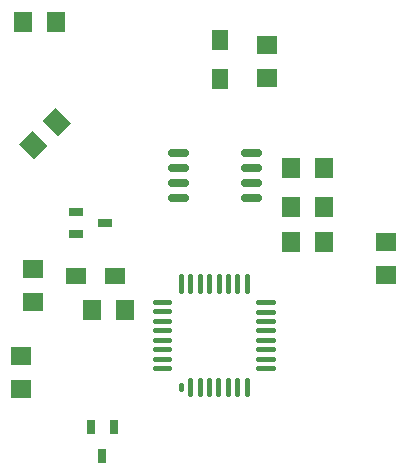
<source format=gtp>
G04 ---------------------------- Layer name :TOP PASTER LAYER*
G04 EasyEDA v5.5.14, Thu, 21 Jun 2018 15:21:40 GMT*
G04 9a38f802714640338dee6b1ee23c8345*
G04 Gerber Generator version 0.2*
G04 Scale: 100 percent, Rotated: No, Reflected: No *
G04 Dimensions in millimeters *
G04 leading zeros omitted , absolute positions ,3 integer and 3 decimal *
%FSLAX33Y33*%
%MOMM*%
G90*
G71D02*

%ADD11C,0.699999*%
%ADD18C,0.450012*%
%ADD22R,1.600200X1.800860*%
%ADD23R,1.800860X1.600200*%
%ADD24R,1.250010X0.699999*%
%ADD25R,0.699999X1.250010*%
%ADD26R,1.816100X1.358900*%
%ADD27R,1.358900X1.816100*%

%LPD*%
G54D18*
G01X18899Y21154D02*
G01X18899Y19954D01*
G01X19699Y21154D02*
G01X19699Y19954D01*
G01X20500Y21154D02*
G01X20500Y19954D01*
G01X21300Y21154D02*
G01X21300Y19954D01*
G01X22097Y21154D02*
G01X22097Y19954D01*
G01X22897Y21154D02*
G01X22897Y19954D01*
G01X23697Y21154D02*
G01X23697Y19954D01*
G01X24498Y21154D02*
G01X24498Y19954D01*
G01X25462Y18979D02*
G01X26662Y18979D01*
G01X25462Y18179D02*
G01X26662Y18179D01*
G01X25462Y17379D02*
G01X26662Y17379D01*
G01X25462Y16579D02*
G01X26662Y16579D01*
G01X25462Y15781D02*
G01X26662Y15781D01*
G01X25462Y14981D02*
G01X26662Y14981D01*
G01X25462Y14181D02*
G01X26662Y14181D01*
G01X25462Y13381D02*
G01X26662Y13381D01*
G01X24487Y12391D02*
G01X24487Y11191D01*
G01X23687Y12391D02*
G01X23687Y11191D01*
G01X22887Y12391D02*
G01X22887Y11191D01*
G01X22087Y12391D02*
G01X22087Y11191D01*
G01X21290Y12391D02*
G01X21290Y11191D01*
G01X20489Y12391D02*
G01X20489Y11191D01*
G01X19689Y12391D02*
G01X19689Y11191D01*
G01X18889Y11966D02*
G01X18889Y11616D01*
G01X16725Y13391D02*
G01X17925Y13391D01*
G01X16725Y14191D02*
G01X17925Y14191D01*
G01X16725Y14991D02*
G01X17925Y14991D01*
G01X16725Y15791D02*
G01X17925Y15791D01*
G01X16725Y16589D02*
G01X17925Y16589D01*
G01X16725Y17389D02*
G01X17925Y17389D01*
G01X16725Y18189D02*
G01X17925Y18189D01*
G01X16725Y18989D02*
G01X17925Y18989D01*
G54D11*
G01X24358Y27799D02*
G01X25458Y27799D01*
G01X24358Y29069D02*
G01X25458Y29069D01*
G01X24358Y30339D02*
G01X25458Y30339D01*
G01X24358Y31609D02*
G01X25458Y31609D01*
G01X18161Y27799D02*
G01X19261Y27799D01*
G01X18161Y29069D02*
G01X19261Y29069D01*
G01X18161Y30339D02*
G01X19261Y30339D01*
G01X18161Y31609D02*
G01X19261Y31609D01*
G54D22*
G01X28204Y30346D03*
G01X30998Y30346D03*
G54D23*
G01X36299Y24048D03*
G01X36299Y21254D03*
G54D22*
G01X28202Y24050D03*
G01X30996Y24050D03*
G01X28202Y27049D03*
G01X30996Y27049D03*
G36*
G01X5210Y32331D02*
G01X6340Y33461D01*
G01X7615Y32189D01*
G01X6482Y31056D01*
G01X5210Y32331D01*
G37*
G36*
G01X7186Y34307D02*
G01X8316Y35438D01*
G01X9589Y34165D01*
G01X8458Y33032D01*
G01X7186Y34307D01*
G37*
G01X11402Y18299D03*
G01X14196Y18299D03*
G54D23*
G01X5348Y14396D03*
G01X5348Y11602D03*
G01X26198Y40747D03*
G01X26198Y37953D03*
G54D24*
G01X12482Y25651D03*
G01X9982Y24701D03*
G01X9982Y26601D03*
G54D25*
G01X12250Y5920D03*
G01X11300Y8420D03*
G01X13200Y8420D03*
G54D23*
G01X6400Y19001D03*
G01X6400Y21795D03*
G54D22*
G01X8298Y42701D03*
G01X5504Y42701D03*
G54D26*
G01X10025Y21174D03*
G01X13302Y21174D03*
G54D27*
G01X22174Y41173D03*
G01X22174Y37897D03*
M00*
M02*

</source>
